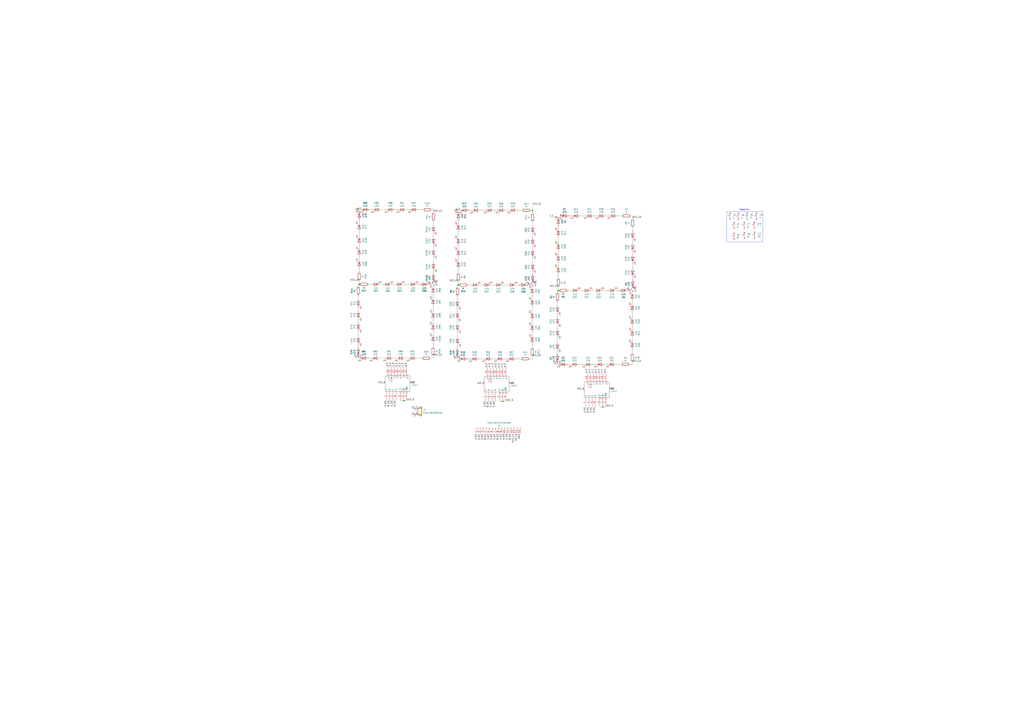
<source format=kicad_sch>
(kicad_sch (version 20211123) (generator eeschema)
  (paper "A1")
  (lib_symbols
    (symbol "74xx_IEEE:7447" (pin_names (offset 0.762))
      (property "Reference" "U" (at 3.81 11.43 0))
      (property "Value" "7447" (at 6.35 -11.43 0))
      (symbol "7447_0_0"
        (rectangle (start -6.35 10.16) (end 6.35 -10.16))
        (polyline (pts (xy 3.556 4.572) (xy 4.572 5.588) (xy 3.048 7.112) (xy 1.524 5.588) (xy 2.54 4.572) (xy 1.524 4.572) (xy 4.572 4.572) (xy 4.572 4.572)))
        (pin power_in line (at 0 10.16 270) (length 0) hide (name "VCC") (number "16"))
        (pin power_in line (at 0 -10.16 90) (length 0) hide (name "GND") (number "8"))
      )
      (symbol "7447_1_1"
        (pin input line (at -13.97 6.35 0) (length 7.62) (name "B") (number "1"))
        (pin open_collector inverted (at 13.97 0 180) (length 7.62) (name "d") (number "10"))
        (pin open_collector inverted (at 13.97 2.54 180) (length 7.62) (name "c") (number "11"))
        (pin open_collector inverted (at 13.97 5.08 180) (length 7.62) (name "b") (number "12"))
        (pin open_collector inverted (at 13.97 7.62 180) (length 7.62) (name "a") (number "13"))
        (pin open_collector inverted (at 13.97 -7.62 180) (length 7.62) (name "g") (number "14"))
        (pin open_collector inverted (at 13.97 -5.08 180) (length 7.62) (name "f") (number "15"))
        (pin input line (at -13.97 3.81 0) (length 7.62) (name "C") (number "2"))
        (pin input inverted (at -13.97 -2.54 0) (length 7.62) (name "~{LT}") (number "3"))
        (pin input inverted (at -13.97 -5.08 0) (length 7.62) (name "~{BI}") (number "4"))
        (pin input inverted (at -13.97 -7.62 0) (length 7.62) (name "~{RBI}") (number "5"))
        (pin input line (at -13.97 1.27 0) (length 7.62) (name "D") (number "6"))
        (pin input line (at -13.97 8.89 0) (length 7.62) (name "A") (number "7"))
        (pin open_collector inverted (at 13.97 -2.54 180) (length 7.62) (name "e") (number "9"))
      )
    )
    (symbol "Connector:Conn_01x01_Male" (pin_names (offset 1.016) hide)
      (property "Reference" "J" (at 0 2.54 0))
      (property "Value" "Conn_01x01_Male" (at 0 -2.54 0))
      (symbol "Conn_01x01_Male_1_1"
        (polyline (pts (xy 1.27 0) (xy 0.8636 0)) (stroke (width 0.1524)))
        (rectangle (start 0.8636 0.127) (end 0 -0.127) (stroke (width 0.1524)) (fill (type outline)))
        (pin passive line (at 5.08 0 180) (length 3.81) (name "Pin_1") (number "1"))
      )
    )
    (symbol "Connector:Conn_01x15_Female" (pin_names (offset 1.016) hide)
      (property "Reference" "J" (at 0 20.32 0))
      (property "Value" "Conn_01x15_Female" (at 0 -20.32 0))
      (symbol "Conn_01x15_Female_1_1"
        (arc (start 0 -17.272) (mid -0.508 -17.78) (end 0 -18.288) (stroke (width 0.1524)))
        (arc (start 0 -14.732) (mid -0.508 -15.24) (end 0 -15.748) (stroke (width 0.1524)))
        (arc (start 0 -12.192) (mid -0.508 -12.7) (end 0 -13.208) (stroke (width 0.1524)))
        (arc (start 0 -9.652) (mid -0.508 -10.16) (end 0 -10.668) (stroke (width 0.1524)))
        (arc (start 0 -7.112) (mid -0.508 -7.62) (end 0 -8.128) (stroke (width 0.1524)))
        (arc (start 0 -4.572) (mid -0.508 -5.08) (end 0 -5.588) (stroke (width 0.1524)))
        (arc (start 0 -2.032) (mid -0.508 -2.54) (end 0 -3.048) (stroke (width 0.1524)))
        (polyline (pts (xy -1.27 -17.78) (xy -0.508 -17.78)) (stroke (width 0.1524)))
        (polyline (pts (xy -1.27 -15.24) (xy -0.508 -15.24)) (stroke (width 0.1524)))
        (polyline (pts (xy -1.27 -12.7) (xy -0.508 -12.7)) (stroke (width 0.1524)))
        (polyline (pts (xy -1.27 -10.16) (xy -0.508 -10.16)) (stroke (width 0.1524)))
        (polyline (pts (xy -1.27 -7.62) (xy -0.508 -7.62)) (stroke (width 0.1524)))
        (polyline (pts (xy -1.27 -5.08) (xy -0.508 -5.08)) (stroke (width 0.1524)))
        (polyline (pts (xy -1.27 -2.54) (xy -0.508 -2.54)) (stroke (width 0.1524)))
        (polyline (pts (xy -1.27 0) (xy -0.508 0)) (stroke (width 0.1524)))
        (polyline (pts (xy -1.27 2.54) (xy -0.508 2.54)) (stroke (width 0.1524)))
        (polyline (pts (xy -1.27 5.08) (xy -0.508 5.08)) (stroke (width 0.1524)))
        (polyline (pts (xy -1.27 7.62) (xy -0.508 7.62)) (stroke (width 0.1524)))
        (polyline (pts (xy -1.27 10.16) (xy -0.508 10.16)) (stroke (width 0.1524)))
        (polyline (pts (xy -1.27 12.7) (xy -0.508 12.7)) (stroke (width 0.1524)))
        (polyline (pts (xy -1.27 15.24) (xy -0.508 15.24)) (stroke (width 0.1524)))
        (polyline (pts (xy -1.27 17.78) (xy -0.508 17.78)) (stroke (width 0.1524)))
        (arc (start 0 0.508) (mid -0.508 0) (end 0 -0.508) (stroke (width 0.1524)))
        (arc (start 0 3.048) (mid -0.508 2.54) (end 0 2.032) (stroke (width 0.1524)))
        (arc (start 0 5.588) (mid -0.508 5.08) (end 0 4.572) (stroke (width 0.1524)))
        (arc (start 0 8.128) (mid -0.508 7.62) (end 0 7.112) (stroke (width 0.1524)))
        (arc (start 0 10.668) (mid -0.508 10.16) (end 0 9.652) (stroke (width 0.1524)))
        (arc (start 0 13.208) (mid -0.508 12.7) (end 0 12.192) (stroke (width 0.1524)))
        (arc (start 0 15.748) (mid -0.508 15.24) (end 0 14.732) (stroke (width 0.1524)))
        (arc (start 0 18.288) (mid -0.508 17.78) (end 0 17.272) (stroke (width 0.1524)))
        (pin passive line (at -5.08 17.78 0) (length 3.81) (name "Pin_1") (number "1"))
        (pin passive line (at -5.08 -5.08 0) (length 3.81) (name "Pin_10") (number "10"))
        (pin passive line (at -5.08 -7.62 0) (length 3.81) (name "Pin_11") (number "11"))
        (pin passive line (at -5.08 -10.16 0) (length 3.81) (name "Pin_12") (number "12"))
        (pin passive line (at -5.08 -12.7 0) (length 3.81) (name "Pin_13") (number "13"))
        (pin passive line (at -5.08 -15.24 0) (length 3.81) (name "Pin_14") (number "14"))
        (pin passive line (at -5.08 -17.78 0) (length 3.81) (name "Pin_15") (number "15"))
        (pin passive line (at -5.08 15.24 0) (length 3.81) (name "Pin_2") (number "2"))
        (pin passive line (at -5.08 12.7 0) (length 3.81) (name "Pin_3") (number "3"))
        (pin passive line (at -5.08 10.16 0) (length 3.81) (name "Pin_4") (number "4"))
        (pin passive line (at -5.08 7.62 0) (length 3.81) (name "Pin_5") (number "5"))
        (pin passive line (at -5.08 5.08 0) (length 3.81) (name "Pin_6") (number "6"))
        (pin passive line (at -5.08 2.54 0) (length 3.81) (name "Pin_7") (number "7"))
        (pin passive line (at -5.08 0 0) (length 3.81) (name "Pin_8") (number "8"))
        (pin passive line (at -5.08 -2.54 0) (length 3.81) (name "Pin_9") (number "9"))
      )
    )
    (symbol "Connector:Conn_WallSocket" (pin_names (offset 0))
      (property "Reference" "J" (at 1.27 4.445 0))
      (property "Value" "Conn_WallSocket" (at 5.08 0 90))
      (symbol "Conn_WallSocket_0_1"
        (polyline (pts (xy 1.524 -2.54) (xy -2.54 -2.54)))
        (polyline (pts (xy 1.524 2.54) (xy -2.54 2.54)))
        (polyline (pts (xy 3.175 -3.81) (xy 3.175 3.81)) (stroke (width 0.254)))
        (rectangle (start 3.175 -2.794) (end 1.524 -2.286))
        (rectangle (start 3.175 2.286) (end 1.524 2.794))
        (arc (start 3.175 3.81) (mid -0.635 0) (end 3.175 -3.81) (stroke (width 0.254)) (fill (type background)))
      )
      (symbol "Conn_WallSocket_1_1"
        (pin power_in line (at -5.08 2.54 0) (length 5.08) (name "AC_P") (number "1"))
        (pin power_in line (at -5.08 -2.54 0) (length 5.08) (name "AC_N") (number "2"))
      )
    )
    (symbol "Device:LED" (pin_numbers hide) (pin_names (offset 1.016) hide)
      (property "Reference" "D" (at 0 2.54 0))
      (property "Value" "LED" (at 0 -2.54 0))
      (symbol "LED_0_1"
        (polyline (pts (xy -1.27 -1.27) (xy -1.27 1.27)) (stroke (width 0.254)))
        (polyline (pts (xy -1.27 0) (xy 1.27 0)))
        (polyline (pts (xy 1.27 -1.27) (xy 1.27 1.27) (xy -1.27 0) (xy 1.27 -1.27)) (stroke (width 0.254)))
        (polyline (pts (xy -3.048 -0.762) (xy -4.572 -2.286) (xy -3.81 -2.286) (xy -4.572 -2.286) (xy -4.572 -1.524)))
        (polyline (pts (xy -1.778 -0.762) (xy -3.302 -2.286) (xy -2.54 -2.286) (xy -3.302 -2.286) (xy -3.302 -1.524)))
      )
      (symbol "LED_1_1"
        (pin passive line (at -3.81 0 0) (length 2.54) (name "K") (number "1"))
        (pin passive line (at 3.81 0 180) (length 2.54) (name "A") (number "2"))
      )
    )
    (symbol "Device:R" (pin_numbers hide) (pin_names (offset 0))
      (property "Reference" "R" (at 2.032 0 90))
      (property "Value" "R" (at 0 0 90))
      (symbol "R_0_1"
        (rectangle (start -1.016 -2.54) (end 1.016 2.54) (stroke (width 0.254)))
      )
      (symbol "R_1_1"
        (pin passive line (at 0 3.81 270) (length 1.27) (name "~") (number "1"))
        (pin passive line (at 0 -3.81 90) (length 1.27) (name "~") (number "2"))
      )
    )
  )
  (junction (at 437.388 172.847))
  (junction (at 295.148 233.68))
  (junction (at 495.173 334.391))
  (junction (at 376.555 234.188))
  (junction (at 413.004 329.819))
  (junction (at 376.428 234.188))
  (junction (at 295.021 233.68))
  (junction (at 331.597 329.311))
  (junction (at 458.724 238.76))
  (junction (at 458.597 238.76))
  (no_connect (at 613.664 175.387))
  (no_connect (at 621.284 175.387))
  (no_connect (at 602.869 182.88))
  (no_connect (at 602.869 191.77))
  (no_connect (at 611.251 182.88))
  (no_connect (at 599.567 175.387))
  (no_connect (at 619.379 182.753))
  (no_connect (at 606.552 175.514))
  (no_connect (at 619.76 190.881))
  (no_connect (at 611.378 191.262))
  (wire (pts (xy 385.953 294.894) (xy 384.175 294.894)))
  (wire (pts (xy 375.666 283.972) (xy 375.666 285.75)))
  (wire (pts (xy 323.342 294.386) (xy 325.374 294.386)))
  (wire (pts (xy 294.259 245.364) (xy 294.259 242.824)))
  (wire (pts (xy 437.134 282.956) (xy 437.134 285.496)))
  (wire (pts (xy 375.666 245.872) (xy 375.666 243.332)))
  (wire (pts (xy 305.689 172.339) (xy 303.911 172.339)))
  (wire (pts (xy 519.303 249.428) (xy 519.303 247.65)))
  (wire (pts (xy 323.977 233.68) (xy 321.945 233.68)))
  (wire (pts (xy 355.981 184.531) (xy 355.981 181.991)))
  (wire (pts (xy 312.166 294.386) (xy 315.722 294.386)))
  (wire (pts (xy 416.56 234.188) (xy 413.004 234.188)))
  (wire (pts (xy 415.544 172.847) (xy 417.576 172.847)))
  (wire (pts (xy 437.134 273.304) (xy 437.134 275.336)))
  (wire (pts (xy 410.464 329.819) (xy 413.004 329.819)))
  (wire (pts (xy 437.134 263.652) (xy 437.134 265.684)))
  (wire (pts (xy 487.553 238.76) (xy 485.521 238.76)))
  (wire (pts (xy 506.349 238.76) (xy 508.127 238.76)))
  (wire (pts (xy 355.981 215.011) (xy 355.981 211.455)))
  (wire (pts (xy 355.981 172.339) (xy 355.981 174.371)))
  (wire (pts (xy 477.901 238.76) (xy 475.869 238.76)))
  (wire (pts (xy 437.388 172.847) (xy 437.388 174.879)))
  (wire (pts (xy 295.021 201.549) (xy 295.021 203.581)))
  (wire (pts (xy 355.727 263.144) (xy 355.727 265.176)))
  (wire (pts (xy 384.175 234.188) (xy 386.08 234.188)))
  (wire (pts (xy 469.265 177.419) (xy 467.487 177.419)))
  (polyline (pts (xy 626.491 173.863) (xy 626.491 198.755)))
  (wire (pts (xy 437.134 294.894) (xy 437.134 293.116)))
  (wire (pts (xy 294.259 235.204) (xy 294.259 233.68)))
  (wire (pts (xy 488.061 177.419) (xy 490.093 177.419)))
  (wire (pts (xy 437.388 185.039) (xy 437.388 182.499)))
  (wire (pts (xy 437.388 194.691) (xy 437.388 192.659)))
  (wire (pts (xy 342.773 233.68) (xy 344.551 233.68)))
  (wire (pts (xy 324.485 172.339) (xy 326.517 172.339)))
  (wire (pts (xy 355.727 251.968) (xy 355.727 255.524)))
  (wire (pts (xy 428.498 172.847) (xy 425.196 172.847)))
  (wire (pts (xy 355.981 203.835) (xy 355.981 201.803)))
  (wire (pts (xy 376.428 183.261) (xy 376.428 181.483)))
  (wire (pts (xy 458.597 216.281) (xy 458.597 218.313)))
  (wire (pts (xy 475.742 299.466) (xy 479.298 299.466)))
  (wire (pts (xy 427.609 294.894) (xy 424.053 294.894)))
  (wire (pts (xy 458.597 195.453) (xy 458.597 199.009)))
  (wire (pts (xy 466.344 238.76) (xy 468.249 238.76)))
  (wire (pts (xy 295.021 190.373) (xy 295.021 193.929)))
  (wire (pts (xy 454.533 178.435) (xy 454.533 178.308)))
  (wire (pts (xy 376.428 221.361) (xy 376.428 223.901)))
  (wire (pts (xy 457.835 240.284) (xy 457.835 238.76)))
  (wire (pts (xy 314.325 233.68) (xy 312.293 233.68)))
  (wire (pts (xy 355.727 272.796) (xy 355.727 274.828)))
  (wire (pts (xy 329.057 329.311) (xy 331.597 329.311)))
  (wire (pts (xy 376.428 202.057) (xy 376.428 204.089)))
  (wire (pts (xy 295.021 220.853) (xy 295.021 223.393)))
  (wire (pts (xy 302.768 233.68) (xy 304.673 233.68)))
  (wire (pts (xy 355.727 294.386) (xy 355.727 292.608)))
  (wire (pts (xy 294.259 283.464) (xy 294.259 285.242)))
  (wire (pts (xy 457.835 238.76) (xy 458.597 238.76)))
  (wire (pts (xy 458.597 178.435) (xy 454.533 178.435)))
  (wire (pts (xy 355.727 244.348) (xy 355.727 242.57)))
  (wire (pts (xy 404.749 294.894) (xy 406.781 294.894)))
  (wire (pts (xy 294.259 255.016) (xy 294.259 252.984)))
  (wire (pts (xy 486.918 299.466) (xy 488.95 299.466)))
  (wire (pts (xy 355.981 194.183) (xy 355.981 192.151)))
  (polyline (pts (xy 596.773 198.755) (xy 596.773 173.863)))
  (wire (pts (xy 437.388 172.847) (xy 437.388 168.529)))
  (wire (pts (xy 519.557 220.091) (xy 519.557 216.535)))
  (wire (pts (xy 509.778 299.466) (xy 506.222 299.466)))
  (wire (pts (xy 354.711 172.339) (xy 355.981 172.339)))
  (wire (pts (xy 387.096 172.847) (xy 385.318 172.847)))
  (wire (pts (xy 376.428 231.521) (xy 376.428 234.188)))
  (wire (pts (xy 346.202 294.386) (xy 342.646 294.386)))
  (wire (pts (xy 294.259 264.668) (xy 294.259 262.636)))
  (wire (pts (xy 458.597 225.933) (xy 458.597 228.473)))
  (wire (pts (xy 424.18 234.188) (xy 425.958 234.188)))
  (wire (pts (xy 334.137 172.339) (xy 336.169 172.339)))
  (wire (pts (xy 517.398 299.466) (xy 519.303 299.466)))
  (wire (pts (xy 492.633 334.391) (xy 495.173 334.391)))
  (wire (pts (xy 294.259 275.844) (xy 294.259 272.288)))
  (wire (pts (xy 498.729 238.76) (xy 495.173 238.76)))
  (wire (pts (xy 437.388 204.343) (xy 437.388 202.311)))
  (wire (pts (xy 495.173 334.391) (xy 497.713 334.391)))
  (wire (pts (xy 295.021 211.201) (xy 295.021 213.233)))
  (wire (pts (xy 405.384 234.188) (xy 403.352 234.188)))
  (wire (pts (xy 376.428 234.188) (xy 376.555 234.188)))
  (wire (pts (xy 497.713 177.419) (xy 499.745 177.419)))
  (wire (pts (xy 295.021 233.68) (xy 295.148 233.68)))
  (wire (pts (xy 496.57 299.466) (xy 498.602 299.466)))
  (wire (pts (xy 458.597 187.833) (xy 458.597 186.055)))
  (wire (pts (xy 436.118 172.847) (xy 437.388 172.847)))
  (wire (pts (xy 437.134 252.476) (xy 437.134 256.032)))
  (wire (pts (xy 458.597 236.093) (xy 458.597 238.76)))
  (wire (pts (xy 295.021 231.013) (xy 295.021 233.68)))
  (wire (pts (xy 519.557 189.611) (xy 519.557 187.071)))
  (wire (pts (xy 355.981 222.631) (xy 355.981 224.409)))
  (wire (pts (xy 457.835 280.924) (xy 457.835 277.368)))
  (polyline (pts (xy 626.491 198.755) (xy 596.773 198.755)))
  (wire (pts (xy 331.597 329.311) (xy 334.137 329.311)))
  (wire (pts (xy 375.666 235.712) (xy 375.666 234.188)))
  (wire (pts (xy 468.122 299.466) (xy 466.344 299.466)))
  (wire (pts (xy 405.892 172.847) (xy 407.924 172.847)))
  (wire (pts (xy 519.557 199.263) (xy 519.557 197.231)))
  (wire (pts (xy 304.546 294.386) (xy 302.768 294.386)))
  (wire (pts (xy 519.303 257.048) (xy 519.303 260.604)))
  (wire (pts (xy 437.388 215.519) (xy 437.388 211.963)))
  (wire (pts (xy 457.835 269.748) (xy 457.835 267.716)))
  (wire (pts (xy 294.259 233.68) (xy 295.021 233.68)))
  (wire (pts (xy 347.091 172.339) (xy 343.789 172.339)))
  (wire (pts (xy 519.303 268.224) (xy 519.303 270.256)))
  (wire (pts (xy 395.732 234.188) (xy 393.7 234.188)))
  (wire (pts (xy 519.303 277.876) (xy 519.303 279.908)))
  (wire (pts (xy 393.573 294.894) (xy 397.129 294.894)))
  (wire (pts (xy 458.597 238.76) (xy 458.724 238.76)))
  (wire (pts (xy 457.835 250.444) (xy 457.835 247.904)))
  (polyline (pts (xy 596.773 173.863) (xy 626.491 173.863)))
  (wire (pts (xy 375.666 255.524) (xy 375.666 253.492)))
  (wire (pts (xy 510.667 177.419) (xy 507.365 177.419)))
  (wire (pts (xy 355.727 282.448) (xy 355.727 284.988)))
  (wire (pts (xy 458.597 206.629) (xy 458.597 208.661)))
  (wire (pts (xy 476.885 177.419) (xy 480.441 177.419)))
  (wire (pts (xy 376.428 211.709) (xy 376.428 213.741)))
  (wire (pts (xy 519.303 299.466) (xy 519.303 297.688)))
  (wire (pts (xy 519.557 208.915) (xy 519.557 206.883)))
  (wire (pts (xy 519.557 177.419) (xy 519.557 179.451)))
  (wire (pts (xy 437.134 244.856) (xy 437.134 243.078)))
  (wire (pts (xy 519.303 287.528) (xy 519.303 290.068)))
  (wire (pts (xy 457.835 260.096) (xy 457.835 258.064)))
  (wire (pts (xy 435.229 294.894) (xy 437.134 294.894)))
  (wire (pts (xy 414.401 294.894) (xy 416.433 294.894)))
  (wire (pts (xy 375.666 265.176) (xy 375.666 263.144)))
  (wire (pts (xy 375.666 276.352) (xy 375.666 272.796)))
  (wire (pts (xy 518.287 177.419) (xy 519.557 177.419)))
  (wire (pts (xy 332.994 294.386) (xy 335.026 294.386)))
  (wire (pts (xy 413.004 329.819) (xy 415.544 329.819)))
  (wire (pts (xy 376.428 190.881) (xy 376.428 194.437)))
  (wire (pts (xy 295.021 182.753) (xy 295.021 180.975)))
  (wire (pts (xy 313.309 172.339) (xy 316.865 172.339)))
  (wire (pts (xy 519.557 227.711) (xy 519.557 229.489)))
  (wire (pts (xy 457.835 288.544) (xy 457.835 290.322)))
  (wire (pts (xy 335.153 233.68) (xy 331.597 233.68)))
  (wire (pts (xy 375.666 234.188) (xy 376.428 234.188)))
  (wire (pts (xy 437.388 223.139) (xy 437.388 224.917)))
  (wire (pts (xy 353.822 294.386) (xy 355.727 294.386)))
  (wire (pts (xy 394.716 172.847) (xy 398.272 172.847)))
  (text "Spacers\n" (at 607.441 172.974 0) (effects (font (size 1.27 1.27)) (justify left bottom)))
  (label "D_D1" (at 488.823 334.391 270))
  (label "e_2" (at 410.464 301.879 90))
  (label "C_D1" (at 486.283 334.391 270))
  (label "C_D3" (at 322.707 329.311 270))
  (label "f_1" (at 495.173 306.451 90))
  (label "C_D3" (at 417.195 356.616 270))
  (label "VCC_5" (at 479.933 320.421 180))
  (label "f_3" (at 331.597 301.371 90))
  (label "g_1" (at 497.713 306.451 90))
  (label "VCC_12" (at 519.557 179.451 0))
  (label "a_3" (at 296.291 172.339 180))
  (label "A_D2" (at 399.034 329.819 270))
  (label "c_3" (at 355.727 234.95 0))
  (label "e_2" (at 375.666 293.37 180))
  (label "C_D2" (at 404.114 329.819 270))
  (label "a_2" (at 377.698 172.847 180))
  (label "e_3" (at 294.259 292.862 180))
  (label "VCC_12" (at 422.275 356.616 270))
  (label "C_D2" (at 407.035 356.616 270))
  (label "VCC_5" (at 397.764 315.849 180))
  (label "VCC_5" (at 334.137 329.311 0))
  (label "e_3" (at 329.057 301.371 90))
  (label "d_1" (at 490.093 306.451 90))
  (label "GND" (at 500.253 320.421 0))
  (label "g_2" (at 415.544 301.879 90))
  (label "GND" (at 336.677 315.341 0))
  (label "f_2" (at 376.428 173.863 180))
  (label "VCC_12" (at 437.134 293.116 0))
  (label "VCC_12" (at 355.727 292.608 0))
  (label "e_1" (at 492.633 306.451 90))
  (label "b_3" (at 355.981 232.029 0))
  (label "b_1" (at 519.557 237.109 0))
  (label "D_D1" (at 394.335 356.616 270))
  (label "B_D3" (at 320.167 329.311 270))
  (label "A_D3" (at 317.627 329.311 270))
  (label "VCC_5" (at 415.544 329.819 0))
  (label "VCC_12" (at 355.981 174.371 0))
  (label "VCC_12" (at 295.021 231.013 180))
  (label "c_2" (at 437.134 235.458 0))
  (label "c_3" (at 323.977 301.371 90))
  (label "d_2" (at 376.555 294.894 180))
  (label "b_3" (at 321.437 301.371 90))
  (label "g_3" (at 352.171 233.68 0))
  (label "d_2" (at 407.924 301.879 90))
  (label "A_D3" (at 412.115 356.616 270))
  (label "b_2" (at 437.388 232.537 0))
  (label "g_2" (at 433.578 234.188 0))
  (label "VCC_5" (at 424.815 356.616 270))
  (label "d_1" (at 458.724 299.466 180))
  (label "a_3" (at 318.897 301.371 90))
  (label "VCC_5" (at 316.357 315.341 180))
  (label "VCC_12" (at 376.428 231.521 180))
  (label "f_1" (at 454.533 178.308 180))
  (label "B_D3" (at 419.735 356.616 270))
  (label "a_1" (at 482.473 306.451 90))
  (label "VCC_12" (at 458.597 236.093 180))
  (label "C_D1" (at 396.875 356.616 270))
  (label "A_D1" (at 391.795 356.616 270))
  (label "b_1" (at 485.013 306.451 90))
  (label "g_3" (at 334.137 301.371 90))
  (label "GND" (at 427.355 356.616 270))
  (label "A_D2" (at 401.955 356.616 270))
  (label "f_2" (at 413.004 301.879 90))
  (label "D_D2" (at 404.495 356.616 270))
  (label "D_D2" (at 406.654 329.819 270))
  (label "a_1" (at 459.867 177.419 0))
  (label "VCC_12" (at 437.388 168.529 0))
  (label "c_1" (at 487.553 306.451 90))
  (label "D_D3" (at 414.655 356.616 270))
  (label "c_1" (at 519.303 240.03 0))
  (label "B_D1" (at 399.415 356.616 270))
  (label "VCC_5" (at 497.713 334.391 0))
  (label "B_D1" (at 483.743 334.391 270))
  (label "B_D2" (at 401.574 329.819 270))
  (label "GND" (at 418.084 315.849 0))
  (label "d_3" (at 326.517 301.371 90))
  (label "VCC_12" (at 519.303 297.688 0))
  (label "e_1" (at 457.835 297.942 180))
  (label "B_D2" (at 409.575 356.616 270))
  (label "f_3" (at 295.021 173.355 180))
  (label "b_2" (at 402.844 301.879 90))
  (label "d_3" (at 295.148 294.386 180))
  (label "a_2" (at 400.304 301.879 90))
  (label "A_D1" (at 481.203 334.391 270))
  (label "g_1" (at 515.747 238.76 0))
  (label "c_2" (at 405.384 301.879 90))
  (label "D_D3" (at 325.247 329.311 270))
  (symbol (lib_id "Device:LED") (at 481.711 238.76 180) (unit 1)
    (property "Reference" "D27" (at 481.8888 244.2464 0))
    (property "Value" "LED" (at 481.8888 241.935 0))
    (property "Footprint" "LED_THT:LED_D5.0mm" (effects hide))
  )
  (symbol (lib_id "Device:LED") (at 491.363 238.76 180) (unit 1)
    (property "Reference" "D20" (at 491.5408 244.2464 0))
    (property "Value" "LED" (at 491.5408 241.935 0))
    (property "Footprint" "LED_THT:LED_D5.0mm" (effects hide))
  )
  (symbol (lib_id "Device:LED") (at 502.539 238.76 180) (unit 1)
    (property "Reference" "D13" (at 502.7168 244.2464 0))
    (property "Value" "LED" (at 502.7168 241.935 0))
    (property "Footprint" "LED_THT:LED_D5.0mm" (effects hide))
  )
  (symbol (lib_id "Device:LED") (at 511.937 238.76 180) (unit 1)
    (property "Reference" "D6" (at 512.1148 244.2464 0))
    (property "Value" "LED" (at 512.1148 241.935 0))
    (property "Footprint" "LED_THT:LED_D5.0mm" (effects hide))
  )
  (symbol (lib_id "Device:LED") (at 472.059 238.76 180) (unit 1)
    (property "Reference" "D34" (at 472.2368 244.2464 0))
    (property "Value" "LED" (at 472.2368 241.935 0))
    (property "Footprint" "LED_THT:LED_D5.0mm" (effects hide))
  )
  (symbol (lib_id "Device:LED") (at 458.597 182.245 270) (unit 1)
    (property "Reference" "D4" (at 464.0834 182.0672 0))
    (property "Value" "LED" (at 461.772 182.0672 0))
    (property "Footprint" "LED_THT:LED_D5.0mm" (effects hide))
  )
  (symbol (lib_id "Device:LED") (at 458.597 222.123 270) (unit 1)
    (property "Reference" "D32" (at 464.0834 221.9452 0))
    (property "Value" "LED" (at 461.772 221.9452 0))
    (property "Footprint" "LED_THT:LED_D5.0mm" (effects hide))
  )
  (symbol (lib_id "Device:LED") (at 458.597 191.643 270) (unit 1)
    (property "Reference" "D11" (at 464.0834 191.4652 0))
    (property "Value" "LED" (at 461.772 191.4652 0))
    (property "Footprint" "LED_THT:LED_D5.0mm" (effects hide))
  )
  (symbol (lib_id "Device:LED") (at 458.597 212.471 270) (unit 1)
    (property "Reference" "D25" (at 464.0834 212.2932 0))
    (property "Value" "LED" (at 461.772 212.2932 0))
    (property "Footprint" "LED_THT:LED_D5.0mm" (effects hide))
  )
  (symbol (lib_id "Device:LED") (at 458.597 202.819 270) (unit 1)
    (property "Reference" "D18" (at 464.0834 202.6412 0))
    (property "Value" "LED" (at 461.772 202.6412 0))
    (property "Footprint" "LED_THT:LED_D5.0mm" (effects hide))
  )
  (symbol (lib_id "Device:LED") (at 519.303 243.84 270) (unit 1)
    (property "Reference" "D2" (at 524.7894 243.6622 0))
    (property "Value" "LED" (at 522.478 243.6622 0))
    (property "Footprint" "LED_THT:LED_D5.0mm" (effects hide))
  )
  (symbol (lib_id "Device:LED") (at 519.303 283.718 270) (unit 1)
    (property "Reference" "D30" (at 524.7894 283.5402 0))
    (property "Value" "LED" (at 522.478 283.5402 0))
    (property "Footprint" "LED_THT:LED_D5.0mm" (effects hide))
  )
  (symbol (lib_id "Device:LED") (at 519.303 253.238 270) (unit 1)
    (property "Reference" "D9" (at 524.7894 253.0602 0))
    (property "Value" "LED" (at 522.478 253.0602 0))
    (property "Footprint" "LED_THT:LED_D5.0mm" (effects hide))
  )
  (symbol (lib_id "Device:LED") (at 519.303 274.066 270) (unit 1)
    (property "Reference" "D23" (at 524.7894 273.8882 0))
    (property "Value" "LED" (at 522.478 273.8882 0))
    (property "Footprint" "LED_THT:LED_D5.0mm" (effects hide))
  )
  (symbol (lib_id "Device:LED") (at 519.303 264.414 270) (unit 1)
    (property "Reference" "D16" (at 524.7894 264.2362 0))
    (property "Value" "LED" (at 522.478 264.2362 0))
    (property "Footprint" "LED_THT:LED_D5.0mm" (effects hide))
  )
  (symbol (lib_id "Device:LED") (at 462.534 299.466 0) (unit 1)
    (property "Reference" "D3" (at 462.3562 293.9796 0))
    (property "Value" "LED" (at 462.3562 296.291 0))
    (property "Footprint" "LED_THT:LED_D5.0mm" (effects hide))
  )
  (symbol (lib_id "Device:LED") (at 502.412 299.466 0) (unit 1)
    (property "Reference" "D31" (at 502.2342 293.9796 0))
    (property "Value" "LED" (at 502.2342 296.291 0))
    (property "Footprint" "LED_THT:LED_D5.0mm" (effects hide))
  )
  (symbol (lib_id "Device:LED") (at 471.932 299.466 0) (unit 1)
    (property "Reference" "D10" (at 471.7542 293.9796 0))
    (property "Value" "LED" (at 471.7542 296.291 0))
    (property "Footprint" "LED_THT:LED_D5.0mm" (effects hide))
  )
  (symbol (lib_id "Device:LED") (at 492.76 299.466 0) (unit 1)
    (property "Reference" "D24" (at 492.5822 293.9796 0))
    (property "Value" "LED" (at 492.5822 296.291 0))
    (property "Footprint" "LED_THT:LED_D5.0mm" (effects hide))
  )
  (symbol (lib_id "Device:LED") (at 483.108 299.466 0) (unit 1)
    (property "Reference" "D17" (at 482.9302 293.9796 0))
    (property "Value" "LED" (at 482.9302 296.291 0))
    (property "Footprint" "LED_THT:LED_D5.0mm" (effects hide))
  )
  (symbol (lib_id "Device:LED") (at 519.557 233.299 90) (unit 1)
    (property "Reference" "D5" (at 514.0706 233.4768 0))
    (property "Value" "LED" (at 516.382 233.4768 0))
    (property "Footprint" "LED_THT:LED_D5.0mm" (effects hide))
  )
  (symbol (lib_id "Device:LED") (at 519.557 193.421 90) (unit 1)
    (property "Reference" "D33" (at 514.0706 193.5988 0))
    (property "Value" "LED" (at 516.382 193.5988 0))
    (property "Footprint" "LED_THT:LED_D5.0mm" (effects hide))
  )
  (symbol (lib_id "Device:LED") (at 519.557 223.901 90) (unit 1)
    (property "Reference" "D12" (at 514.0706 224.0788 0))
    (property "Value" "LED" (at 516.382 224.0788 0))
    (property "Footprint" "LED_THT:LED_D5.0mm" (effects hide))
  )
  (symbol (lib_id "Device:LED") (at 519.557 203.073 90) (unit 1)
    (property "Reference" "D26" (at 514.0706 203.2508 0))
    (property "Value" "LED" (at 516.382 203.2508 0))
    (property "Footprint" "LED_THT:LED_D5.0mm" (effects hide))
  )
  (symbol (lib_id "Device:LED") (at 519.557 212.725 90) (unit 1)
    (property "Reference" "D19" (at 514.0706 212.9028 0))
    (property "Value" "LED" (at 516.382 212.9028 0))
    (property "Footprint" "LED_THT:LED_D5.0mm" (effects hide))
  )
  (symbol (lib_id "Device:LED") (at 457.835 294.132 90) (unit 1)
    (property "Reference" "D1" (at 452.3486 294.3098 0))
    (property "Value" "LED" (at 454.66 294.3098 0))
    (property "Footprint" "LED_THT:LED_D5.0mm" (effects hide))
  )
  (symbol (lib_id "Device:LED") (at 457.835 254.254 90) (unit 1)
    (property "Reference" "D29" (at 452.3486 254.4318 0))
    (property "Value" "LED" (at 454.66 254.4318 0))
    (property "Footprint" "LED_THT:LED_D5.0mm" (effects hide))
  )
  (symbol (lib_id "Device:LED") (at 457.835 284.734 90) (unit 1)
    (property "Reference" "D8" (at 452.3486 284.9118 0))
    (property "Value" "LED" (at 454.66 284.9118 0))
    (property "Footprint" "LED_THT:LED_D5.0mm" (effects hide))
  )
  (symbol (lib_id "Device:LED") (at 457.835 263.906 90) (unit 1)
    (property "Reference" "D22" (at 452.3486 264.0838 0))
    (property "Value" "LED" (at 454.66 264.0838 0))
    (property "Footprint" "LED_THT:LED_D5.0mm" (effects hide))
  )
  (symbol (lib_id "Device:LED") (at 457.835 273.558 90) (unit 1)
    (property "Reference" "D15" (at 452.3486 273.7358 0))
    (property "Value" "LED" (at 454.66 273.7358 0))
    (property "Footprint" "LED_THT:LED_D5.0mm" (effects hide))
  )
  (symbol (lib_id "Device:LED") (at 463.677 177.419 0) (unit 1)
    (property "Reference" "D7" (at 463.4992 171.9326 0))
    (property "Value" "LED" (at 463.4992 174.244 0))
    (property "Footprint" "LED_THT:LED_D5.0mm" (effects hide))
  )
  (symbol (lib_id "Device:LED") (at 503.555 177.419 0) (unit 1)
    (property "Reference" "D35" (at 503.3772 171.9326 0))
    (property "Value" "LED" (at 503.3772 174.244 0))
    (property "Footprint" "LED_THT:LED_D5.0mm" (effects hide))
  )
  (symbol (lib_id "Device:LED") (at 473.075 177.419 0) (unit 1)
    (property "Reference" "D14" (at 472.8972 171.9326 0))
    (property "Value" "LED" (at 472.8972 174.244 0))
    (property "Footprint" "LED_THT:LED_D5.0mm" (effects hide))
  )
  (symbol (lib_id "Device:LED") (at 493.903 177.419 0) (unit 1)
    (property "Reference" "D28" (at 493.7252 171.9326 0))
    (property "Value" "LED" (at 493.7252 174.244 0))
    (property "Footprint" "LED_THT:LED_D5.0mm" (effects hide))
  )
  (symbol (lib_id "Device:LED") (at 484.251 177.419 0) (unit 1)
    (property "Reference" "D21" (at 484.0732 171.9326 0))
    (property "Value" "LED" (at 484.0732 174.244 0))
    (property "Footprint" "LED_THT:LED_D5.0mm" (effects hide))
  )
  (symbol (lib_id "Device:R") (at 514.477 177.419 270) (unit 1)
    (property "Reference" "R7" (at 514.477 172.1612 90))
    (property "Value" "R" (at 514.477 174.4726 90))
    (property "Footprint" "Resistor_THT:R_Axial_DIN0207_L6.3mm_D2.5mm_P10.16mm_Horizontal" (effects hide))
  )
  (symbol (lib_id "Device:R") (at 519.557 183.261 0) (unit 1)
    (property "Reference" "R5" (at 514.2992 183.261 90))
    (property "Value" "R" (at 516.6106 183.261 90))
    (property "Footprint" "Resistor_THT:R_Axial_DIN0207_L6.3mm_D2.5mm_P10.16mm_Horizontal" (effects hide))
  )
  (symbol (lib_id "Device:R") (at 462.534 238.76 90) (unit 1)
    (property "Reference" "R6" (at 462.534 244.0178 90))
    (property "Value" "R" (at 462.534 241.7064 90))
    (property "Footprint" "Resistor_THT:R_Axial_DIN0207_L6.3mm_D2.5mm_P10.16mm_Horizontal" (effects hide))
  )
  (symbol (lib_id "Device:R") (at 458.597 232.283 180) (unit 1)
    (property "Reference" "R4" (at 463.8548 232.283 90))
    (property "Value" "R" (at 461.5434 232.283 90))
    (property "Footprint" "Resistor_THT:R_Axial_DIN0207_L6.3mm_D2.5mm_P10.16mm_Horizontal" (effects hide))
  )
  (symbol (lib_id "Device:R") (at 519.303 293.878 180) (unit 1)
    (property "Reference" "R2" (at 524.5608 293.878 90))
    (property "Value" "R" (at 522.2494 293.878 90))
    (property "Footprint" "Resistor_THT:R_Axial_DIN0207_L6.3mm_D2.5mm_P10.16mm_Horizontal" (effects hide))
  )
  (symbol (lib_id "Device:R") (at 513.588 299.466 270) (unit 1)
    (property "Reference" "R3" (at 513.588 294.2082 90))
    (property "Value" "R" (at 513.588 296.5196 90))
    (property "Footprint" "Resistor_THT:R_Axial_DIN0207_L6.3mm_D2.5mm_P10.16mm_Horizontal" (effects hide))
  )
  (symbol (lib_id "Device:R") (at 457.835 244.094 0) (unit 1)
    (property "Reference" "R1" (at 452.5772 244.094 90))
    (property "Value" "R" (at 454.8886 244.094 90))
    (property "Footprint" "Resistor_THT:R_Axial_DIN0207_L6.3mm_D2.5mm_P10.16mm_Horizontal" (effects hide))
  )
  (symbol (lib_id "Device:LED") (at 375.666 289.56 90) (unit 1)
    (property "Reference" "D40" (at 370.1796 289.7378 0))
    (property "Value" "LED" (at 372.491 289.7378 0))
    (property "Footprint" "LED_THT:LED_D5.0mm" (effects hide))
  )
  (symbol (lib_id "Device:LED") (at 375.666 280.162 90) (unit 1)
    (property "Reference" "D39" (at 370.1796 280.3398 0))
    (property "Value" "LED" (at 372.491 280.3398 0))
    (property "Footprint" "LED_THT:LED_D5.0mm" (effects hide))
  )
  (symbol (lib_id "Device:LED") (at 375.666 268.986 90) (unit 1)
    (property "Reference" "D38" (at 370.1796 269.1638 0))
    (property "Value" "LED" (at 372.491 269.1638 0))
    (property "Footprint" "LED_THT:LED_D5.0mm" (effects hide))
  )
  (symbol (lib_id "Device:LED") (at 376.428 177.673 270) (unit 1)
    (property "Reference" "D41" (at 381.9144 177.4952 0))
    (property "Value" "LED" (at 379.603 177.4952 0))
    (property "Footprint" "LED_THT:LED_D5.0mm" (effects hide))
  )
  (symbol (lib_id "Device:R") (at 376.428 227.711 180) (unit 1)
    (property "Reference" "R9" (at 381.6858 227.711 90))
    (property "Value" "R" (at 379.3744 227.711 90))
    (property "Footprint" "Resistor_THT:R_Axial_DIN0207_L6.3mm_D2.5mm_P10.16mm_Horizontal" (effects hide))
  )
  (symbol (lib_id "Device:R") (at 437.134 289.306 180) (unit 1)
    (property "Reference" "R13" (at 442.3918 289.306 90))
    (property "Value" "R" (at 440.0804 289.306 90))
    (property "Footprint" "Resistor_THT:R_Axial_DIN0207_L6.3mm_D2.5mm_P10.16mm_Horizontal" (effects hide))
  )
  (symbol (lib_id "Device:R") (at 375.666 239.522 0) (unit 1)
    (property "Reference" "R8" (at 370.4082 239.522 90))
    (property "Value" "R" (at 372.7196 239.522 90))
    (property "Footprint" "Resistor_THT:R_Axial_DIN0207_L6.3mm_D2.5mm_P10.16mm_Horizontal" (effects hide))
  )
  (symbol (lib_id "Device:R") (at 431.419 294.894 270) (unit 1)
    (property "Reference" "R11" (at 431.419 289.6362 90))
    (property "Value" "R" (at 431.419 291.9476 90))
    (property "Footprint" "Resistor_THT:R_Axial_DIN0207_L6.3mm_D2.5mm_P10.16mm_Horizontal" (effects hide))
  )
  (symbol (lib_id "Device:R") (at 380.365 234.188 90) (unit 1)
    (property "Reference" "R10" (at 380.365 239.4458 90))
    (property "Value" "R" (at 380.365 237.1344 90))
    (property "Footprint" "Resistor_THT:R_Axial_DIN0207_L6.3mm_D2.5mm_P10.16mm_Horizontal" (effects hide))
  )
  (symbol (lib_id "Device:R") (at 437.388 178.689 0) (unit 1)
    (property "Reference" "R14" (at 432.1302 178.689 90))
    (property "Value" "R" (at 434.4416 178.689 90))
    (property "Footprint" "Resistor_THT:R_Axial_DIN0207_L6.3mm_D2.5mm_P10.16mm_Horizontal" (effects hide))
  )
  (symbol (lib_id "Device:R") (at 432.308 172.847 270) (unit 1)
    (property "Reference" "R12" (at 432.308 167.5892 90))
    (property "Value" "R" (at 432.308 169.9006 90))
    (property "Footprint" "Resistor_THT:R_Axial_DIN0207_L6.3mm_D2.5mm_P10.16mm_Horizontal" (effects hide))
  )
  (symbol (lib_id "Device:LED") (at 402.082 172.847 0) (unit 1)
    (property "Reference" "D53" (at 401.9042 167.3606 0))
    (property "Value" "LED" (at 401.9042 169.672 0))
    (property "Footprint" "LED_THT:LED_D5.0mm" (effects hide))
  )
  (symbol (lib_id "Device:LED") (at 411.734 172.847 0) (unit 1)
    (property "Reference" "D56" (at 411.5562 167.3606 0))
    (property "Value" "LED" (at 411.5562 169.672 0))
    (property "Footprint" "LED_THT:LED_D5.0mm" (effects hide))
  )
  (symbol (lib_id "Device:LED") (at 390.906 172.847 0) (unit 1)
    (property "Reference" "D50" (at 390.7282 167.3606 0))
    (property "Value" "LED" (at 390.7282 169.672 0))
    (property "Footprint" "LED_THT:LED_D5.0mm" (effects hide))
  )
  (symbol (lib_id "Device:LED") (at 421.386 172.847 0) (unit 1)
    (property "Reference" "D59" (at 421.2082 167.3606 0))
    (property "Value" "LED" (at 421.2082 169.672 0))
    (property "Footprint" "LED_THT:LED_D5.0mm" (effects hide))
  )
  (symbol (lib_id "Device:LED") (at 381.508 172.847 0) (unit 1)
    (property "Reference" "D47" (at 381.3302 167.3606 0))
    (property "Value" "LED" (at 381.3302 169.672 0))
    (property "Footprint" "LED_THT:LED_D5.0mm" (effects hide))
  )
  (symbol (lib_id "Device:LED") (at 375.666 259.334 90) (unit 1)
    (property "Reference" "D37" (at 370.1796 259.5118 0))
    (property "Value" "LED" (at 372.491 259.5118 0))
    (property "Footprint" "LED_THT:LED_D5.0mm" (effects hide))
  )
  (symbol (lib_id "Device:LED") (at 375.666 249.682 90) (unit 1)
    (property "Reference" "D36" (at 370.1796 249.8598 0))
    (property "Value" "LED" (at 372.491 249.8598 0))
    (property "Footprint" "LED_THT:LED_D5.0mm" (effects hide))
  )
  (symbol (lib_id "Device:LED") (at 437.388 208.153 90) (unit 1)
    (property "Reference" "D68" (at 431.9016 208.3308 0))
    (property "Value" "LED" (at 434.213 208.3308 0))
    (property "Footprint" "LED_THT:LED_D5.0mm" (effects hide))
  )
  (symbol (lib_id "Device:LED") (at 437.388 198.501 90) (unit 1)
    (property "Reference" "D67" (at 431.9016 198.6788 0))
    (property "Value" "LED" (at 434.213 198.6788 0))
    (property "Footprint" "LED_THT:LED_D5.0mm" (effects hide))
  )
  (symbol (lib_id "Device:LED") (at 437.388 219.329 90) (unit 1)
    (property "Reference" "D69" (at 431.9016 219.5068 0))
    (property "Value" "LED" (at 434.213 219.5068 0))
    (property "Footprint" "LED_THT:LED_D5.0mm" (effects hide))
  )
  (symbol (lib_id "Device:LED") (at 437.388 188.849 90) (unit 1)
    (property "Reference" "D66" (at 431.9016 189.0268 0))
    (property "Value" "LED" (at 434.213 189.0268 0))
    (property "Footprint" "LED_THT:LED_D5.0mm" (effects hide))
  )
  (symbol (lib_id "Device:LED") (at 437.388 228.727 90) (unit 1)
    (property "Reference" "D70" (at 431.9016 228.9048 0))
    (property "Value" "LED" (at 434.213 228.9048 0))
    (property "Footprint" "LED_THT:LED_D5.0mm" (effects hide))
  )
  (symbol (lib_id "Device:LED") (at 400.939 294.894 0) (unit 1)
    (property "Reference" "D52" (at 400.7612 289.4076 0))
    (property "Value" "LED" (at 400.7612 291.719 0))
    (property "Footprint" "LED_THT:LED_D5.0mm" (effects hide))
  )
  (symbol (lib_id "Device:LED") (at 410.591 294.894 0) (unit 1)
    (property "Reference" "D55" (at 410.4132 289.4076 0))
    (property "Value" "LED" (at 410.4132 291.719 0))
    (property "Footprint" "LED_THT:LED_D5.0mm" (effects hide))
  )
  (symbol (lib_id "Device:LED") (at 389.763 294.894 0) (unit 1)
    (property "Reference" "D48" (at 389.5852 289.4076 0))
    (property "Value" "LED" (at 389.5852 291.719 0))
    (property "Footprint" "LED_THT:LED_D5.0mm" (effects hide))
  )
  (symbol (lib_id "Device:LED") (at 420.243 294.894 0) (unit 1)
    (property "Reference" "D57" (at 420.0652 289.4076 0))
    (property "Value" "LED" (at 420.0652 291.719 0))
    (property "Footprint" "LED_THT:LED_D5.0mm" (effects hide))
  )
  (symbol (lib_id "Device:LED") (at 380.365 294.894 0) (unit 1)
    (property "Reference" "D46" (at 380.1872 289.4076 0))
    (property "Value" "LED" (at 380.1872 291.719 0))
    (property "Footprint" "LED_THT:LED_D5.0mm" (effects hide))
  )
  (symbol (lib_id "Device:LED") (at 437.134 259.842 270) (unit 1)
    (property "Reference" "D63" (at 442.6204 259.6642 0))
    (property "Value" "LED" (at 440.309 259.6642 0))
    (property "Footprint" "LED_THT:LED_D5.0mm" (effects hide))
  )
  (symbol (lib_id "Device:LED") (at 437.134 269.494 270) (unit 1)
    (property "Reference" "D64" (at 442.6204 269.3162 0))
    (property "Value" "LED" (at 440.309 269.3162 0))
    (property "Footprint" "LED_THT:LED_D5.0mm" (effects hide))
  )
  (symbol (lib_id "Device:LED") (at 437.134 248.666 270) (unit 1)
    (property "Reference" "D62" (at 442.6204 248.4882 0))
    (property "Value" "LED" (at 440.309 248.4882 0))
    (property "Footprint" "LED_THT:LED_D5.0mm" (effects hide))
  )
  (symbol (lib_id "Device:LED") (at 437.134 279.146 270) (unit 1)
    (property "Reference" "D65" (at 442.6204 278.9682 0))
    (property "Value" "LED" (at 440.309 278.9682 0))
    (property "Footprint" "LED_THT:LED_D5.0mm" (effects hide))
  )
  (symbol (lib_id "Device:LED") (at 437.134 239.268 270) (unit 1)
    (property "Reference" "D61" (at 442.6204 239.0902 0))
    (property "Value" "LED" (at 440.309 239.0902 0))
    (property "Footprint" "LED_THT:LED_D5.0mm" (effects hide))
  )
  (symbol (lib_id "Device:LED") (at 376.428 198.247 270) (unit 1)
    (property "Reference" "D43" (at 381.9144 198.0692 0))
    (property "Value" "LED" (at 379.603 198.0692 0))
    (property "Footprint" "LED_THT:LED_D5.0mm" (effects hide))
  )
  (symbol (lib_id "Device:LED") (at 376.428 207.899 270) (unit 1)
    (property "Reference" "D44" (at 381.9144 207.7212 0))
    (property "Value" "LED" (at 379.603 207.7212 0))
    (property "Footprint" "LED_THT:LED_D5.0mm" (effects hide))
  )
  (symbol (lib_id "Device:LED") (at 376.428 187.071 270) (unit 1)
    (property "Reference" "D42" (at 381.9144 186.8932 0))
    (property "Value" "LED" (at 379.603 186.8932 0))
    (property "Footprint" "LED_THT:LED_D5.0mm" (effects hide))
  )
  (symbol (lib_id "Device:LED") (at 376.428 217.551 270) (unit 1)
    (property "Reference" "D45" (at 381.9144 217.3732 0))
    (property "Value" "LED" (at 379.603 217.3732 0))
    (property "Footprint" "LED_THT:LED_D5.0mm" (effects hide))
  )
  (symbol (lib_id "Device:LED") (at 409.194 234.188 180) (unit 1)
    (property "Reference" "D54" (at 409.3718 239.6744 0))
    (property "Value" "LED" (at 409.3718 237.363 0))
    (property "Footprint" "LED_THT:LED_D5.0mm" (effects hide))
  )
  (symbol (lib_id "Device:LED") (at 399.542 234.188 180) (unit 1)
    (property "Reference" "D51" (at 399.7198 239.6744 0))
    (property "Value" "LED" (at 399.7198 237.363 0))
    (property "Footprint" "LED_THT:LED_D5.0mm" (effects hide))
  )
  (symbol (lib_id "Device:LED") (at 420.37 234.188 180) (unit 1)
    (property "Reference" "D58" (at 420.5478 239.6744 0))
    (property "Value" "LED" (at 420.5478 237.363 0))
    (property "Footprint" "LED_THT:LED_D5.0mm" (effects hide))
  )
  (symbol (lib_id "Device:LED") (at 389.89 234.188 180) (unit 1)
    (property "Reference" "D49" (at 390.0678 239.6744 0))
    (property "Value" "LED" (at 390.0678 237.363 0))
    (property "Footprint" "LED_THT:LED_D5.0mm" (effects hide))
  )
  (symbol (lib_id "Device:LED") (at 429.768 234.188 180) (unit 1)
    (property "Reference" "D60" (at 429.9458 239.6744 0))
    (property "Value" "LED" (at 429.9458 237.363 0))
    (property "Footprint" "LED_THT:LED_D5.0mm" (effects hide))
  )
  (symbol (lib_id "Connector:Conn_01x15_Female") (at 409.575 351.536 90) (unit 1)
    (property "Reference" "J1" (at 410.083 349.6818 90))
    (property "Value" "Conn_01x15_Female" (at 410.083 347.3704 90))
    (property "Footprint" "Connector_PinHeader_2.54mm:PinHeader_1x15_P2.54mm_Vertical" (effects hide))
  )
  (symbol (lib_id "Device:LED") (at 294.259 289.052 90) (unit 1)
    (property "Reference" "D75" (at 288.7726 289.2298 0))
    (property "Value" "LED" (at 291.084 289.2298 0))
    (property "Footprint" "LED_THT:LED_D5.0mm" (effects hide))
  )
  (symbol (lib_id "Device:LED") (at 294.259 279.654 90) (unit 1)
    (property "Reference" "D74" (at 288.7726 279.8318 0))
    (property "Value" "LED" (at 291.084 279.8318 0))
    (property "Footprint" "LED_THT:LED_D5.0mm" (effects hide))
  )
  (symbol (lib_id "Device:LED") (at 294.259 268.478 90) (unit 1)
    (property "Reference" "D73" (at 288.7726 268.6558 0))
    (property "Value" "LED" (at 291.084 268.6558 0))
    (property "Footprint" "LED_THT:LED_D5.0mm" (effects hide))
  )
  (symbol (lib_id "Device:LED") (at 295.021 177.165 270) (unit 1)
    (property "Reference" "D76" (at 300.5074 176.9872 0))
    (property "Value" "LED" (at 298.196 176.9872 0))
    (property "Footprint" "LED_THT:LED_D5.0mm" (effects hide))
  )
  (symbol (lib_id "Device:R") (at 295.021 227.203 180) (unit 1)
    (property "Reference" "R16" (at 300.2788 227.203 90))
    (property "Value" "R" (at 297.9674 227.203 90))
    (property "Footprint" "Resistor_THT:R_Axial_DIN0207_L6.3mm_D2.5mm_P10.16mm_Horizontal" (effects hide))
  )
  (symbol (lib_id "Device:R") (at 355.727 288.798 180) (unit 1)
    (property "Reference" "R20" (at 360.9848 288.798 90))
    (property "Value" "R" (at 358.6734 288.798 90))
    (property "Footprint" "Resistor_THT:R_Axial_DIN0207_L6.3mm_D2.5mm_P10.16mm_Horizontal" (effects hide))
  )
  (symbol (lib_id "Device:R") (at 294.259 239.014 0) (unit 1)
    (property "Reference" "R15" (at 289.0012 239.014 90))
    (property "Value" "R" (at 291.3126 239.014 90))
    (property "Footprint" "Resistor_THT:R_Axial_DIN0207_L6.3mm_D2.5mm_P10.16mm_Horizontal" (effects hide))
  )
  (symbol (lib_id "Device:R") (at 350.012 294.386 270) (unit 1)
    (property "Reference" "R18" (at 350.012 289.1282 90))
    (property "Value" "R" (at 350.012 291.4396 90))
    (property "Footprint" "Resistor_THT:R_Axial_DIN0207_L6.3mm_D2.5mm_P10.16mm_Horizontal" (effects hide))
  )
  (symbol (lib_id "Device:R") (at 298.958 233.68 90) (unit 1)
    (property "Reference" "R17" (at 298.958 238.9378 90))
    (property "Value" "R" (at 298.958 236.6264 90))
    (property "Footprint" "Resistor_THT:R_Axial_DIN0207_L6.3mm_D2.5mm_P10.16mm_Horizontal" (effects hide))
  )
  (symbol (lib_id "Device:R") (at 355.981 178.181 0) (unit 1)
    (property "Reference" "R21" (at 350.7232 178.181 90))
    (property "Value" "R" (at 353.0346 178.181 90))
    (property "Footprint" "Resistor_THT:R_Axial_DIN0207_L6.3mm_D2.5mm_P10.16mm_Horizontal" (effects hide))
  )
  (symbol (lib_id "Device:R") (at 350.901 172.339 270) (unit 1)
    (property "Reference" "R19" (at 350.901 167.0812 90))
    (property "Value" "R" (at 350.901 169.3926 90))
    (property "Footprint" "Resistor_THT:R_Axial_DIN0207_L6.3mm_D2.5mm_P10.16mm_Horizontal" (effects hide))
  )
  (symbol (lib_id "Device:LED") (at 320.675 172.339 0) (unit 1)
    (property "Reference" "D88" (at 320.4972 166.8526 0))
    (property "Value" "LED" (at 320.4972 169.164 0))
    (property "Footprint" "LED_THT:LED_D5.0mm" (effects hide))
  )
  (symbol (lib_id "Device:LED") (at 330.327 172.339 0) (unit 1)
    (property "Reference" "D91" (at 330.1492 166.8526 0))
    (property "Value" "LED" (at 330.1492 169.164 0))
    (property "Footprint" "LED_THT:LED_D5.0mm" (effects hide))
  )
  (symbol (lib_id "Device:LED") (at 309.499 172.339 0) (unit 1)
    (property "Reference" "D85" (at 309.3212 166.8526 0))
    (property "Value" "LED" (at 309.3212 169.164 0))
    (property "Footprint" "LED_THT:LED_D5.0mm" (effects hide))
  )
  (symbol (lib_id "Device:LED") (at 339.979 172.339 0) (unit 1)
    (property "Reference" "D94" (at 339.8012 166.8526 0))
    (property "Value" "LED" (at 339.8012 169.164 0))
    (property "Footprint" "LED_THT:LED_D5.0mm" (effects hide))
  )
  (symbol (lib_id "Device:LED") (at 300.101 172.339 0) (unit 1)
    (property "Reference" "D82" (at 299.9232 166.8526 0))
    (property "Value" "LED" (at 299.9232 169.164 0))
    (property "Footprint" "LED_THT:LED_D5.0mm" (effects hide))
  )
  (symbol (lib_id "Device:LED") (at 294.259 258.826 90) (unit 1)
    (property "Reference" "D72" (at 288.7726 259.0038 0))
    (property "Value" "LED" (at 291.084 259.0038 0))
    (property "Footprint" "LED_THT:LED_D5.0mm" (effects hide))
  )
  (symbol (lib_id "Device:LED") (at 294.259 249.174 90) (unit 1)
    (property "Reference" "D71" (at 288.7726 249.3518 0))
    (property "Value" "LED" (at 291.084 249.3518 0))
    (property "Footprint" "LED_THT:LED_D5.0mm" (effects hide))
  )
  (symbol (lib_id "Device:LED") (at 355.981 207.645 90) (unit 1)
    (property "Reference" "D103" (at 350.4946 207.8228 0))
    (property "Value" "LED" (at 352.806 207.8228 0))
    (property "Footprint" "LED_THT:LED_D5.0mm" (effects hide))
  )
  (symbol (lib_id "Device:LED") (at 355.981 197.993 90) (unit 1)
    (property "Reference" "D102" (at 350.4946 198.1708 0))
    (property "Value" "LED" (at 352.806 198.1708 0))
    (property "Footprint" "LED_THT:LED_D5.0mm" (effects hide))
  )
  (symbol (lib_id "Device:LED") (at 355.981 218.821 90) (unit 1)
    (property "Reference" "D104" (at 350.4946 218.9988 0))
    (property "Value" "LED" (at 352.806 218.9988 0))
    (property "Footprint" "LED_THT:LED_D5.0mm" (effects hide))
  )
  (symbol (lib_id "Device:LED") (at 355.981 188.341 90) (unit 1)
    (property "Reference" "D101" (at 350.4946 188.5188 0))
    (property "Value" "LED" (at 352.806 188.5188 0))
    (property "Footprint" "LED_THT:LED_D5.0mm" (effects hide))
  )
  (symbol (lib_id "Device:LED") (at 355.981 228.219 90) (unit 1)
    (property "Reference" "D105" (at 350.4946 228.3968 0))
    (property "Value" "LED" (at 352.806 228.3968 0))
    (property "Footprint" "LED_THT:LED_D5.0mm" (effects hide))
  )
  (symbol (lib_id "Device:LED") (at 319.532 294.386 0) (unit 1)
    (property "Reference" "D87" (at 319.3542 288.8996 0))
    (property "Value" "LED" (at 319.3542 291.211 0))
    (property "Footprint" "LED_THT:LED_D5.0mm" (effects hide))
  )
  (symbol (lib_id "Device:LED") (at 329.184 294.386 0) (unit 1)
    (property "Reference" "D90" (at 329.0062 288.8996 0))
    (property "Value" "LED" (at 329.0062 291.211 0))
    (property "Footprint" "LED_THT:LED_D5.0mm" (effects hide))
  )
  (symbol (lib_id "Device:LED") (at 308.356 294.386 0) (unit 1)
    (property "Reference" "D83" (at 308.1782 288.8996 0))
    (property "Value" "LED" (at 308.1782 291.211 0))
    (property "Footprint" "LED_THT:LED_D5.0mm" (effects hide))
  )
  (symbol (lib_id "Device:LED") (at 338.836 294.386 0) (unit 1)
    (property "Reference" "D92" (at 338.6582 288.8996 0))
    (property "Value" "LED" (at 338.6582 291.211 0))
    (property "Footprint" "LED_THT:LED_D5.0mm" (effects hide))
  )
  (symbol (lib_id "Device:LED") (at 298.958 294.386 0) (unit 1)
    (property "Reference" "D81" (at 298.7802 288.8996 0))
    (property "Value" "LED" (at 298.7802 291.211 0))
    (property "Footprint" "LED_THT:LED_D5.0mm" (effects hide))
  )
  (symbol (lib_id "Device:LED") (at 355.727 259.334 270) (unit 1)
    (property "Reference" "D98" (at 361.2134 259.1562 0))
    (property "Value" "LED" (at 358.902 259.1562 0))
    (property "Footprint" "LED_THT:LED_D5.0mm" (effects hide))
  )
  (symbol (lib_id "Device:LED") (at 355.727 268.986 270) (unit 1)
    (property "Reference" "D99" (at 361.2134 268.8082 0))
    (property "Value" "LED" (at 358.902 268.8082 0))
    (property "Footprint" "LED_THT:LED_D5.0mm" (effects hide))
  )
  (symbol (lib_id "Device:LED") (at 355.727 248.158 270) (unit 1)
    (property "Reference" "D97" (at 361.2134 247.9802 0))
    (property "Value" "LED" (at 358.902 247.9802 0))
    (property "Footprint" "LED_THT:LED_D5.0mm" (effects hide))
  )
  (symbol (lib_id "Device:LED") (at 355.727 278.638 270) (unit 1)
    (property "Reference" "D100" (at 361.2134 278.4602 0))
    (property "Value" "LED" (at 358.902 278.4602 0))
    (property "Footprint" "LED_THT:LED_D5.0mm" (effects hide))
  )
  (symbol (lib_id "Device:LED") (at 355.727 238.76 270) (unit 1)
    (property "Reference" "D96" (at 361.2134 238.5822 0))
    (property "Value" "LED" (at 358.902 238.5822 0))
    (property "Footprint" "LED_THT:LED_D5.0mm" (effects hide))
  )
  (symbol (lib_id "Device:LED") (at 295.021 197.739 270) (unit 1)
    (property "Reference" "D78" (at 300.5074 197.5612 0))
    (property "Value" "LED" (at 298.196 197.5612 0))
    (property "Footprint" "LED_THT:LED_D5.0mm" (effects hide))
  )
  (symbol (lib_id "Device:LED") (at 295.021 207.391 270) (unit 1)
    (property "Reference" "D79" (at 300.5074 207.2132 0))
    (property "Value" "LED" (at 298.196 207.2132 0))
    (property "Footprint" "LED_THT:LED_D5.0mm" (effects hide))
  )
  (symbol (lib_id "Device:LED") (at 295.021 186.563 270) (unit 1)
    (property "Reference" "D77" (at 300.5074 186.3852 0))
    (property "Value" "LED" (at 298.196 186.3852 0))
    (property "Footprint" "LED_THT:LED_D5.0mm" (effects hide))
  )
  (symbol (lib_id "Device:LED") (at 295.021 217.043 270) (unit 1)
    (property "Reference" "D80" (at 300.5074 216.8652 0))
    (property "Value" "LED" (at 298.196 216.8652 0))
    (property "Footprint" "LED_THT:LED_D5.0mm" (effects hide))
  )
  (symbol (lib_id "Device:LED") (at 327.787 233.68 180) (unit 1)
    (property "Reference" "D89" (at 327.9648 239.1664 0))
    (property "Value" "LED" (at 327.9648 236.855 0))
    (property "Footprint" "LED_THT:LED_D5.0mm" (effects hide))
  )
  (symbol (lib_id "Device:LED") (at 318.135 233.68 180) (unit 1)
    (property "Reference" "D86" (at 318.3128 239.1664 0))
    (property "Value" "LED" (at 318.3128 236.855 0))
    (property "Footprint" "LED_THT:LED_D5.0mm" (effects hide))
  )
  (symbol (lib_id "Device:LED") (at 338.963 233.68 180) (unit 1)
    (property "Reference" "D93" (at 339.1408 239.1664 0))
    (property "Value" "LED" (at 339.1408 236.855 0))
    (property "Footprint" "LED_THT:LED_D5.0mm" (effects hide))
  )
  (symbol (lib_id "Device:LED") (at 308.483 233.68 180) (unit 1)
    (property "Reference" "D84" (at 308.6608 239.1664 0))
    (property "Value" "LED" (at 308.6608 236.855 0))
    (property "Footprint" "LED_THT:LED_D5.0mm" (effects hide))
  )
  (symbol (lib_id "Device:LED") (at 348.361 233.68 180) (unit 1)
    (property "Reference" "D95" (at 348.5388 239.1664 0))
    (property "Value" "LED" (at 348.5388 236.855 0))
    (property "Footprint" "LED_THT:LED_D5.0mm" (effects hide))
  )
  (symbol (lib_id "74xx_IEEE:7447") (at 490.093 320.421 90) (unit 1)
    (property "Reference" "U3" (at 501.5992 319.2526 90) (effects (justify right)))
    (property "Value" "7447" (at 501.5992 321.564 90) (effects (justify right)))
  )
  (symbol (lib_id "74xx_IEEE:7447") (at 407.924 315.849 90) (unit 1)
    (property "Reference" "U1" (at 419.4302 314.6806 90) (effects (justify right)))
    (property "Value" "7447" (at 419.4302 316.992 90) (effects (justify right)))
  )
  (symbol (lib_id "74xx_IEEE:7447") (at 326.517 315.341 90) (unit 1)
    (property "Reference" "U2" (at 338.0232 314.1726 90) (effects (justify right)))
    (property "Value" "7447" (at 338.0232 316.484 90) (effects (justify right)))
  )
  (symbol (lib_id "Connector:Conn_WallSocket") (at 343.154 338.074 0) (unit 1)
    (property "Reference" "J2" (at 347.0656 336.9056 0) (effects (justify left)))
    (property "Value" "Conn_WallSocket" (at 347.0656 339.217 0) (effects (justify left)))
  )
  (symbol (lib_id "Connector:Conn_01x01_Male") (at 599.567 180.467 90) (unit 1)
    (property "Reference" "J3" (at 601.8022 176.5554 90) (effects (justify right)))
    (property "Value" "1" (at 601.8022 178.8668 90) (effects (justify right)))
    (property "Footprint" "TestPoint:TestPoint_Plated_Hole_D5.0mm" (effects hide))
  )
  (symbol (lib_id "Connector:Conn_01x01_Male") (at 606.552 180.594 90) (unit 1)
    (property "Reference" "J6" (at 608.7872 176.6824 90) (effects (justify right)))
    (property "Value" "2" (at 608.7872 178.9938 90) (effects (justify right)))
    (property "Footprint" "TestPoint:TestPoint_Plated_Hole_D5.0mm" (effects hide))
  )
  (symbol (lib_id "Connector:Conn_01x01_Male") (at 613.664 180.467 90) (unit 1)
    (property "Reference" "J9" (at 615.8992 176.5554 90) (effects (justify right)))
    (property "Value" "3" (at 615.8992 178.8668 90) (effects (justify right)))
    (property "Footprint" "TestPoint:TestPoint_Plated_Hole_D5.0mm" (effects hide))
  )
  (symbol (lib_id "Connector:Conn_01x01_Male") (at 621.284 180.467 90) (unit 1)
    (property "Reference" "J12" (at 623.5192 176.5554 90) (effects (justify right)))
    (property "Value" "4" (at 623.5192 178.8668 90) (effects (justify right)))
    (property "Footprint" "TestPoint:TestPoint_Plated_Hole_D5.0mm" (effects hide))
  )
  (symbol (lib_id "Connector:Conn_01x01_Male") (at 602.869 187.96 90) (unit 1)
    (property "Reference" "J4" (at 605.1042 184.0484 90) (effects (justify right)))
    (property "Value" "5" (at 605.1042 186.3598 90) (effects (justify right)))
    (property "Footprint" "TestPoint:TestPoint_Plated_Hole_D5.0mm" (effects hide))
  )
  (symbol (lib_id "Connector:Conn_01x01_Male") (at 611.251 187.96 90) (unit 1)
    (property "Reference" "J7" (at 613.4862 184.0484 90) (effects (justify right)))
    (property "Value" "6" (at 613.4862 186.3598 90) (effects (justify right)))
    (property "Footprint" "TestPoint:TestPoint_Plated_Hole_D5.0mm" (effects hide))
  )
  (symbol (lib_id "Connector:Conn_01x01_Male") (at 619.379 187.833 90) (unit 1)
    (property "Reference" "J10" (at 621.6142 183.9214 90) (effects (justify right)))
    (property "Value" "7" (at 621.6142 186.2328 90) (effects (justify right)))
    (property "Footprint" "TestPoint:TestPoint_Plated_Hole_D5.0mm" (effects hide))
  )
  (symbol (lib_id "Connector:Conn_01x01_Male") (at 602.869 196.85 90) (unit 1)
    (property "Reference" "J5" (at 605.1042 192.9384 90) (effects (justify right)))
    (property "Value" "8" (at 605.1042 195.2498 90) (effects (justify right)))
    (property "Footprint" "TestPoint:TestPoint_Plated_Hole_D5.0mm" (effects hide))
  )
  (symbol (lib_id "Connector:Conn_01x01_Male") (at 611.378 196.342 90) (unit 1)
    (property "Reference" "J8" (at 613.6132 192.4304 90) (effects (justify right)))
    (property "Value" "9" (at 613.6132 194.7418 90) (effects (justify right)))
    (property "Footprint" "TestPoint:TestPoint_Plated_Hole_D5.0mm" (effects hide))
  )
  (symbol (lib_id "Connector:Conn_01x01_Male") (at 619.76 195.961 90) (unit 1)
    (property "Reference" "J11" (at 621.9952 192.0494 90) (effects (justify right)))
    (property "Value" "10" (at 621.9952 194.3608 90) (effects (justify right)))
    (property "Footprint" "TestPoint:TestPoint_Plated_Hole_D5.0mm" (effects hide))
  )
)
</source>
